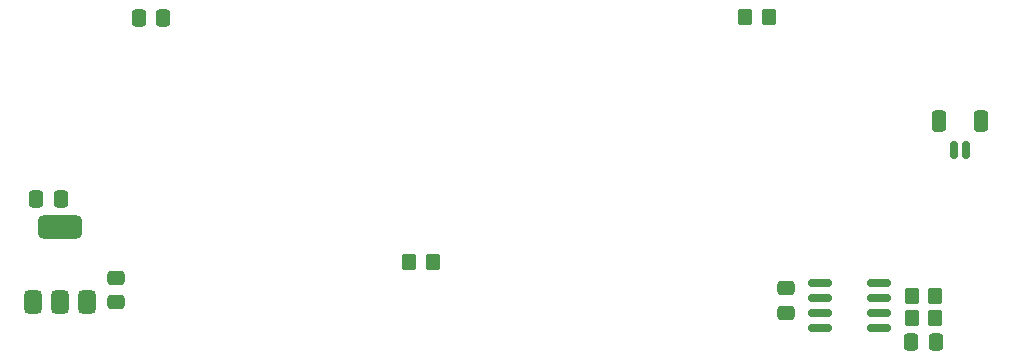
<source format=gtp>
G04 #@! TF.GenerationSoftware,KiCad,Pcbnew,8.0.8*
G04 #@! TF.CreationDate,2025-01-20T09:17:35-05:00*
G04 #@! TF.ProjectId,mechanumDriveTrain,6d656368-616e-4756-9d44-726976655472,rev?*
G04 #@! TF.SameCoordinates,Original*
G04 #@! TF.FileFunction,Paste,Top*
G04 #@! TF.FilePolarity,Positive*
%FSLAX46Y46*%
G04 Gerber Fmt 4.6, Leading zero omitted, Abs format (unit mm)*
G04 Created by KiCad (PCBNEW 8.0.8) date 2025-01-20 09:17:35*
%MOMM*%
%LPD*%
G01*
G04 APERTURE LIST*
G04 Aperture macros list*
%AMRoundRect*
0 Rectangle with rounded corners*
0 $1 Rounding radius*
0 $2 $3 $4 $5 $6 $7 $8 $9 X,Y pos of 4 corners*
0 Add a 4 corners polygon primitive as box body*
4,1,4,$2,$3,$4,$5,$6,$7,$8,$9,$2,$3,0*
0 Add four circle primitives for the rounded corners*
1,1,$1+$1,$2,$3*
1,1,$1+$1,$4,$5*
1,1,$1+$1,$6,$7*
1,1,$1+$1,$8,$9*
0 Add four rect primitives between the rounded corners*
20,1,$1+$1,$2,$3,$4,$5,0*
20,1,$1+$1,$4,$5,$6,$7,0*
20,1,$1+$1,$6,$7,$8,$9,0*
20,1,$1+$1,$8,$9,$2,$3,0*%
G04 Aperture macros list end*
%ADD10RoundRect,0.250000X-0.350000X-0.450000X0.350000X-0.450000X0.350000X0.450000X-0.350000X0.450000X0*%
%ADD11RoundRect,0.250000X0.350000X0.450000X-0.350000X0.450000X-0.350000X-0.450000X0.350000X-0.450000X0*%
%ADD12RoundRect,0.150000X-0.150000X-0.625000X0.150000X-0.625000X0.150000X0.625000X-0.150000X0.625000X0*%
%ADD13RoundRect,0.250000X-0.350000X-0.650000X0.350000X-0.650000X0.350000X0.650000X-0.350000X0.650000X0*%
%ADD14RoundRect,0.250000X0.475000X-0.337500X0.475000X0.337500X-0.475000X0.337500X-0.475000X-0.337500X0*%
%ADD15RoundRect,0.150000X-0.825000X-0.150000X0.825000X-0.150000X0.825000X0.150000X-0.825000X0.150000X0*%
%ADD16RoundRect,0.375000X0.375000X-0.625000X0.375000X0.625000X-0.375000X0.625000X-0.375000X-0.625000X0*%
%ADD17RoundRect,0.500000X1.400000X-0.500000X1.400000X0.500000X-1.400000X0.500000X-1.400000X-0.500000X0*%
%ADD18RoundRect,0.250000X0.337500X0.475000X-0.337500X0.475000X-0.337500X-0.475000X0.337500X-0.475000X0*%
%ADD19RoundRect,0.250000X-0.337500X-0.475000X0.337500X-0.475000X0.337500X0.475000X-0.337500X0.475000X0*%
G04 APERTURE END LIST*
D10*
X97200000Y-54100000D03*
X99200000Y-54100000D03*
X83100000Y-30500000D03*
X85100000Y-30500000D03*
D11*
X56650000Y-51250000D03*
X54650000Y-51250000D03*
D12*
X100775000Y-41790000D03*
X101775000Y-41790000D03*
D13*
X99475000Y-39265000D03*
X103075000Y-39265000D03*
D14*
X86545000Y-55542500D03*
X86545000Y-53467500D03*
D15*
X89440000Y-53020000D03*
X89440000Y-54290000D03*
X89440000Y-55560000D03*
X89440000Y-56830000D03*
X94390000Y-56830000D03*
X94390000Y-55560000D03*
X94390000Y-54290000D03*
X94390000Y-53020000D03*
D16*
X22800000Y-54615000D03*
X25100000Y-54615000D03*
D17*
X25100000Y-48315000D03*
D16*
X27400000Y-54615000D03*
D18*
X25132500Y-45885000D03*
X23057500Y-45885000D03*
D11*
X99200000Y-56000000D03*
X97200000Y-56000000D03*
D18*
X99237500Y-58000000D03*
X97162500Y-58000000D03*
D19*
X31767500Y-30605000D03*
X33842500Y-30605000D03*
D14*
X29805000Y-54632500D03*
X29805000Y-52557500D03*
M02*

</source>
